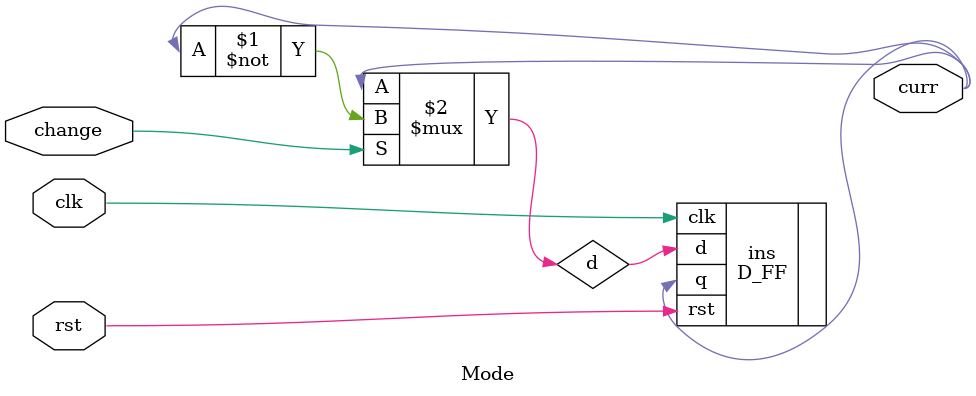
<source format=v>
module Mode(clk, rst, curr, change);
    input clk, rst, change;
    output curr;
    
    wire d;
    assign d = change ? ~curr : curr;
    D_FF ins (.clk(clk), .rst(rst), .d(d), .q(curr));
            
endmodule
</source>
